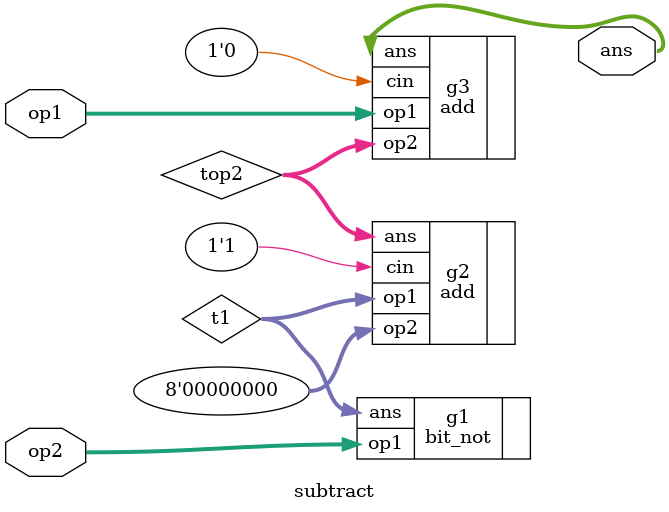
<source format=v>
`timescale 1ns/1ps

module subtract(input[7:0] op1, input[7:0] op2, output[7:0] ans);

	// Subtraction of op2 from op1.

	// top2: 2s complement of op2
	wire[7:0] t1;
	wire[7:0] top2;

	// First, I am finding the 1's complement of op2.
	bit_not g1(.op1(op2), .ans(t1));
	// Adding 1 to above answer to get the 2's complement
	add g2(.op1(t1), .op2(8'b0), .cin(1'b1), .ans(top2));

	wire c1,c2,c3,c4,c5,c6,c7,c8;

	add g3(.op1(op1), .op2(top2), .cin(1'b0), .ans(ans));
	

endmodule
</source>
